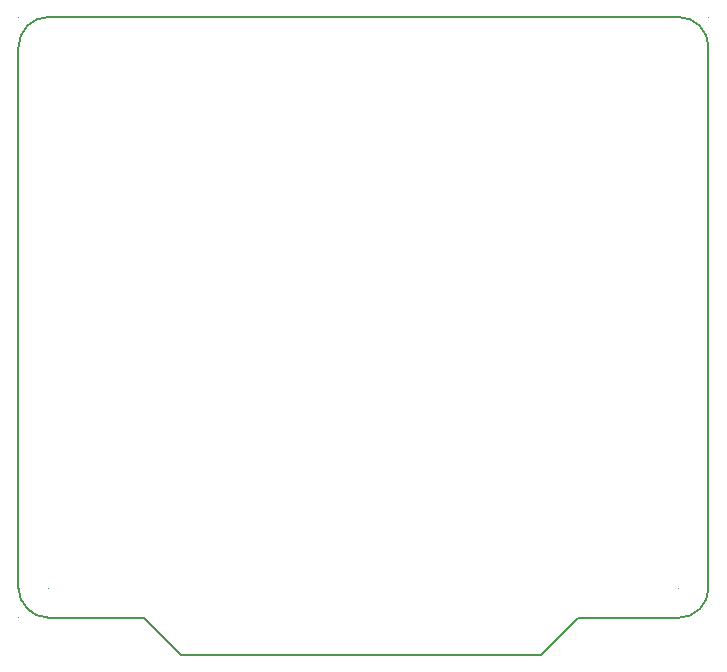
<source format=gbr>
%TF.GenerationSoftware,KiCad,Pcbnew,9.0.0-rc1*%
%TF.CreationDate,2025-02-03T21:42:01-06:00*%
%TF.ProjectId,tempo,74656d70-6f2e-46b6-9963-61645f706362,rev?*%
%TF.SameCoordinates,Original*%
%TF.FileFunction,Profile,NP*%
%FSLAX46Y46*%
G04 Gerber Fmt 4.6, Leading zero omitted, Abs format (unit mm)*
G04 Created by KiCad (PCBNEW 9.0.0-rc1) date 2025-02-03 21:42:01*
%MOMM*%
%LPD*%
G01*
G04 APERTURE LIST*
%TA.AperFunction,Profile*%
%ADD10C,0.200000*%
%TD*%
%TA.AperFunction,Profile*%
%ADD11C,0.010050*%
%TD*%
G04 APERTURE END LIST*
D10*
X139526892Y-118777108D02*
X136669784Y-115920000D01*
X139819784Y-119070000D02*
X140234000Y-119070000D01*
D11*
X126074809Y-115920000D02*
G75*
G02*
X126064759Y-115920000I-5025J0D01*
G01*
X126064759Y-115920000D02*
G75*
G02*
X126074809Y-115920000I5025J0D01*
G01*
D10*
X128609800Y-115920000D02*
G75*
G02*
X126069800Y-113380000I0J2540000D01*
G01*
X136669784Y-115920000D02*
X128609800Y-115920000D01*
X169899176Y-119070000D02*
X140234000Y-119070000D01*
D11*
X128614809Y-113450000D02*
G75*
G02*
X128604759Y-113450000I-5025J0D01*
G01*
X128604759Y-113450000D02*
G75*
G02*
X128614809Y-113450000I5025J0D01*
G01*
D10*
X126069784Y-113380000D02*
X126069784Y-67610000D01*
D11*
X126074809Y-65070000D02*
G75*
G02*
X126064759Y-65070000I-5025J0D01*
G01*
X126064759Y-65070000D02*
G75*
G02*
X126074809Y-65070000I5025J0D01*
G01*
D10*
X128618815Y-65070000D02*
X181949800Y-65070000D01*
D11*
X181954809Y-113450000D02*
G75*
G02*
X181944759Y-113450000I-5025J0D01*
G01*
X181944759Y-113450000D02*
G75*
G02*
X181954809Y-113450000I5025J0D01*
G01*
D10*
X181949784Y-115940000D02*
X173449784Y-115940000D01*
X181949800Y-65070000D02*
G75*
G02*
X184489784Y-67600985I0J-2540000D01*
G01*
X126069784Y-67610000D02*
G75*
G02*
X128618815Y-65070000I2540016J0D01*
G01*
X184489784Y-113400000D02*
G75*
G02*
X181949784Y-115939984I-2539984J0D01*
G01*
X170319784Y-119070000D02*
X169899176Y-119070000D01*
D11*
X184494809Y-65070000D02*
G75*
G02*
X184484759Y-65070000I-5025J0D01*
G01*
X184484759Y-65070000D02*
G75*
G02*
X184494809Y-65070000I5025J0D01*
G01*
D10*
X184489784Y-67600985D02*
X184489784Y-113400000D01*
X170612692Y-118777092D02*
X170319784Y-119070000D01*
X173449784Y-115940000D02*
X170612692Y-118777092D01*
X139819784Y-119070000D02*
X139526892Y-118777108D01*
M02*

</source>
